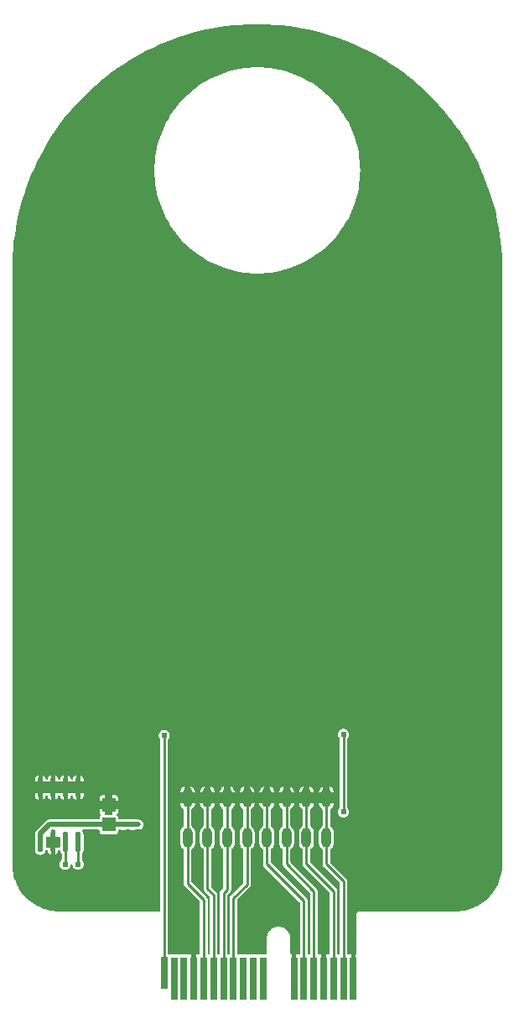
<source format=gbl>
G04 Layer: BottomLayer*
G04 EasyEDA v6.5.20, 2023-01-09 08:49:07*
G04 a67cddfb3fce44daa9051d46cbbcc19f,10*
G04 Gerber Generator version 0.2*
G04 Scale: 100 percent, Rotated: No, Reflected: No *
G04 Dimensions in millimeters *
G04 leading zeros omitted , absolute positions ,4 integer and 5 decimal *
%FSLAX45Y45*%
%MOMM*%

%AMMACRO1*21,1,$1,$2,0,0,$3*%
%ADD10C,0.2540*%
%ADD11C,0.5000*%
%ADD12O,0.58801X2.0450048*%
%ADD13R,0.7000X4.3000*%
%ADD14R,0.7000X3.2000*%
%ADD15R,1.3500X1.4100*%
%ADD16MACRO1,1.35X1.41X0.0000*%
%ADD17O,0.9999979999999999X1.9999959999999999*%
%ADD18C,0.6096*%
%ADD19C,0.6100*%
%ADD20C,0.0134*%

%LPD*%
G36*
X1846173Y499973D02*
G01*
X1842312Y500786D01*
X1839010Y502970D01*
X1836826Y506272D01*
X1836013Y510133D01*
X1836013Y590956D01*
X1825447Y590956D01*
X1819148Y590245D01*
X1813255Y588213D01*
X1809902Y587603D01*
X1806549Y588213D01*
X1800656Y590245D01*
X1794306Y590956D01*
X1725472Y590956D01*
X1719122Y590245D01*
X1713230Y588213D01*
X1709877Y587603D01*
X1706524Y588213D01*
X1700631Y590245D01*
X1694332Y590956D01*
X1625447Y590956D01*
X1619148Y590245D01*
X1613255Y588213D01*
X1609902Y587603D01*
X1605280Y588619D01*
X1601724Y590753D01*
X1599336Y594156D01*
X1598523Y598220D01*
X1598523Y2754985D01*
X1599285Y2758897D01*
X1601470Y2762199D01*
X1603044Y2763774D01*
X1608683Y2771800D01*
X1612849Y2780741D01*
X1615389Y2790190D01*
X1616252Y2799994D01*
X1615389Y2809798D01*
X1612849Y2819247D01*
X1608683Y2828188D01*
X1603044Y2836214D01*
X1596136Y2843174D01*
X1588058Y2848813D01*
X1579168Y2852928D01*
X1569669Y2855468D01*
X1559915Y2856331D01*
X1550111Y2855468D01*
X1540611Y2852928D01*
X1531721Y2848813D01*
X1523644Y2843174D01*
X1516735Y2836214D01*
X1511096Y2828188D01*
X1506931Y2819247D01*
X1504391Y2809798D01*
X1503527Y2799994D01*
X1504391Y2790190D01*
X1506931Y2780741D01*
X1511096Y2771800D01*
X1516735Y2763774D01*
X1518310Y2762199D01*
X1520494Y2758897D01*
X1521307Y2754985D01*
X1521307Y1033983D01*
X1520545Y1030173D01*
X1518412Y1026921D01*
X1515160Y1024686D01*
X1511350Y1023823D01*
X1507540Y1024483D01*
X1505864Y1025093D01*
X1499362Y1025906D01*
X500532Y1025906D01*
X469900Y1026871D01*
X440283Y1029716D01*
X410870Y1034389D01*
X381812Y1040892D01*
X353212Y1049223D01*
X325170Y1059332D01*
X297840Y1071168D01*
X271322Y1084732D01*
X245719Y1099921D01*
X221081Y1116634D01*
X197561Y1134922D01*
X175260Y1154633D01*
X154178Y1175715D01*
X134518Y1198067D01*
X116281Y1221587D01*
X99568Y1246225D01*
X84429Y1271879D01*
X70916Y1298448D01*
X59080Y1325778D01*
X49022Y1353820D01*
X40741Y1382420D01*
X34290Y1411478D01*
X29616Y1440891D01*
X26822Y1470558D01*
X25908Y1500530D01*
X25908Y7499603D01*
X26924Y7570165D01*
X29870Y7640116D01*
X34848Y7709966D01*
X41757Y7779613D01*
X50647Y7849057D01*
X61518Y7918246D01*
X74320Y7987080D01*
X89103Y8055559D01*
X105765Y8123529D01*
X124409Y8191042D01*
X144881Y8257997D01*
X167284Y8324342D01*
X191566Y8390026D01*
X217678Y8454999D01*
X245617Y8519210D01*
X275336Y8582558D01*
X306882Y8645093D01*
X340156Y8706713D01*
X375158Y8767368D01*
X411886Y8826957D01*
X450291Y8885529D01*
X490321Y8942984D01*
X531926Y8999270D01*
X575157Y9054388D01*
X619912Y9108236D01*
X666191Y9160764D01*
X713892Y9212021D01*
X763066Y9261856D01*
X813612Y9310319D01*
X865530Y9357309D01*
X918768Y9402826D01*
X973226Y9446818D01*
X1028953Y9489236D01*
X1085799Y9530080D01*
X1143812Y9569246D01*
X1202944Y9606838D01*
X1263091Y9642652D01*
X1324203Y9676841D01*
X1386281Y9709200D01*
X1449222Y9739833D01*
X1513078Y9768687D01*
X1577644Y9795713D01*
X1642973Y9820910D01*
X1709013Y9844227D01*
X1775663Y9865664D01*
X1842922Y9885222D01*
X1910638Y9902850D01*
X1978914Y9918547D01*
X2047544Y9932365D01*
X2116582Y9944150D01*
X2185873Y9954056D01*
X2255469Y9961930D01*
X2325217Y9967874D01*
X2395118Y9971836D01*
X2465120Y9973818D01*
X2535174Y9973818D01*
X2605125Y9971836D01*
X2675026Y9967874D01*
X2744825Y9961930D01*
X2814370Y9954006D01*
X2883712Y9944150D01*
X2952699Y9932314D01*
X3021380Y9918496D01*
X3089605Y9902799D01*
X3157372Y9885121D01*
X3224580Y9865563D01*
X3291230Y9844125D01*
X3357270Y9820808D01*
X3422599Y9795611D01*
X3487216Y9768586D01*
X3551021Y9739731D01*
X3613962Y9709099D01*
X3676040Y9676688D01*
X3737152Y9642551D01*
X3797300Y9606686D01*
X3856380Y9569094D01*
X3914394Y9529876D01*
X3971290Y9489033D01*
X4026966Y9446615D01*
X4081475Y9402622D01*
X4134662Y9357106D01*
X4186580Y9310116D01*
X4237126Y9261652D01*
X4286250Y9211818D01*
X4334002Y9160560D01*
X4380280Y9107982D01*
X4424984Y9054134D01*
X4468215Y8999067D01*
X4509871Y8942730D01*
X4549902Y8885275D01*
X4588256Y8826703D01*
X4624984Y8767114D01*
X4659985Y8706459D01*
X4693259Y8644839D01*
X4724755Y8582304D01*
X4754524Y8518956D01*
X4782464Y8454745D01*
X4808524Y8389772D01*
X4832807Y8324088D01*
X4855210Y8257743D01*
X4875682Y8190788D01*
X4894275Y8123275D01*
X4910937Y8055254D01*
X4925720Y7986826D01*
X4938522Y7917942D01*
X4949342Y7848803D01*
X4958232Y7779359D01*
X4965192Y7709662D01*
X4970119Y7639812D01*
X4973066Y7569860D01*
X4974082Y7499756D01*
X4974082Y1500530D01*
X4973116Y1469898D01*
X4970272Y1440281D01*
X4965598Y1410868D01*
X4959096Y1381810D01*
X4950764Y1353210D01*
X4940655Y1325168D01*
X4928819Y1297838D01*
X4915255Y1271320D01*
X4900066Y1245717D01*
X4883353Y1221079D01*
X4865065Y1197559D01*
X4845354Y1175258D01*
X4824272Y1154176D01*
X4801920Y1134516D01*
X4778400Y1116279D01*
X4753762Y1099566D01*
X4728108Y1084427D01*
X4701540Y1070914D01*
X4674209Y1059078D01*
X4646168Y1049020D01*
X4617567Y1040739D01*
X4588510Y1034287D01*
X4559096Y1029614D01*
X4529429Y1026820D01*
X4499457Y1025906D01*
X3530600Y1025906D01*
X3524097Y1025093D01*
X3518560Y1023010D01*
X3513582Y1019606D01*
X3510076Y1016253D01*
X3506774Y1011428D01*
X3504692Y1005890D01*
X3503929Y999693D01*
X3503929Y601116D01*
X3503168Y597255D01*
X3500983Y593953D01*
X3497681Y591769D01*
X3493719Y590956D01*
X3493719Y510133D01*
X3492957Y506272D01*
X3490772Y502970D01*
X3487470Y500786D01*
X3483559Y499973D01*
X3456178Y499973D01*
X3452317Y500786D01*
X3449015Y502970D01*
X3446830Y506272D01*
X3446018Y510133D01*
X3446018Y590956D01*
X3435451Y590956D01*
X3429152Y590245D01*
X3423259Y588213D01*
X3419906Y587603D01*
X3415284Y588619D01*
X3411728Y590753D01*
X3409340Y594156D01*
X3408476Y598220D01*
X3408476Y1329588D01*
X3407714Y1337614D01*
X3405530Y1344879D01*
X3401974Y1351534D01*
X3396843Y1357731D01*
X3238093Y1516481D01*
X3235909Y1519783D01*
X3235147Y1523695D01*
X3235147Y1650238D01*
X3235655Y1653489D01*
X3237179Y1656384D01*
X3239566Y1658620D01*
X3243834Y1661515D01*
X3252114Y1669237D01*
X3259175Y1678127D01*
X3264865Y1687931D01*
X3269030Y1698498D01*
X3271520Y1709521D01*
X3272434Y1721256D01*
X3272434Y1820468D01*
X3271520Y1832152D01*
X3269030Y1843227D01*
X3264865Y1853793D01*
X3259175Y1863598D01*
X3252114Y1872488D01*
X3243834Y1880158D01*
X3239566Y1883105D01*
X3237179Y1885340D01*
X3235655Y1888236D01*
X3235096Y1891487D01*
X3235096Y2050237D01*
X3235655Y2053437D01*
X3237179Y2056384D01*
X3239566Y2058619D01*
X3243834Y2061514D01*
X3252114Y2069236D01*
X3259175Y2078126D01*
X3264865Y2087930D01*
X3269030Y2098497D01*
X3271520Y2109520D01*
X3271926Y2114499D01*
X3245256Y2114499D01*
X3241395Y2115261D01*
X3238093Y2117496D01*
X3235909Y2120798D01*
X3235096Y2124659D01*
X3235096Y2170328D01*
X3234334Y2178354D01*
X3232150Y2185619D01*
X3228594Y2192274D01*
X3223768Y2198116D01*
X3217926Y2202891D01*
X3211271Y2206498D01*
X3204006Y2208682D01*
X3196488Y2209393D01*
X3188970Y2208682D01*
X3181756Y2206498D01*
X3175101Y2202891D01*
X3169259Y2198116D01*
X3164433Y2192274D01*
X3160877Y2185619D01*
X3158693Y2178354D01*
X3157880Y2170328D01*
X3157880Y2124659D01*
X3157118Y2120798D01*
X3154934Y2117496D01*
X3151632Y2115261D01*
X3147720Y2114499D01*
X3121101Y2114499D01*
X3121456Y2109520D01*
X3123996Y2098497D01*
X3128162Y2087930D01*
X3133801Y2078126D01*
X3140862Y2069236D01*
X3149193Y2061514D01*
X3153460Y2058619D01*
X3155848Y2056333D01*
X3157372Y2053437D01*
X3157880Y2050237D01*
X3157880Y1891487D01*
X3157372Y1888236D01*
X3155848Y1885340D01*
X3153460Y1883105D01*
X3149193Y1880158D01*
X3140862Y1872488D01*
X3133801Y1863598D01*
X3128162Y1853793D01*
X3123996Y1843227D01*
X3121456Y1832152D01*
X3120593Y1820468D01*
X3120593Y1721256D01*
X3121456Y1709521D01*
X3123996Y1698498D01*
X3128162Y1687931D01*
X3133801Y1678127D01*
X3140862Y1669237D01*
X3149193Y1661515D01*
X3153460Y1658620D01*
X3155848Y1656334D01*
X3157372Y1653438D01*
X3157931Y1650238D01*
X3157931Y1503984D01*
X3158693Y1495958D01*
X3160877Y1488744D01*
X3164433Y1482039D01*
X3169564Y1475841D01*
X3328314Y1317091D01*
X3330498Y1313789D01*
X3331260Y1309878D01*
X3331260Y598220D01*
X3330498Y594360D01*
X3328314Y591058D01*
X3325012Y588822D01*
X3321151Y588060D01*
X3318662Y588060D01*
X3314801Y588822D01*
X3311499Y591007D01*
X3309264Y594309D01*
X3308502Y598220D01*
X3308502Y1229614D01*
X3307689Y1237640D01*
X3305505Y1244854D01*
X3301949Y1251508D01*
X3296818Y1257757D01*
X3038094Y1516481D01*
X3035909Y1519783D01*
X3035147Y1523695D01*
X3035147Y1650238D01*
X3035655Y1653489D01*
X3037179Y1656384D01*
X3039567Y1658620D01*
X3043834Y1661515D01*
X3052114Y1669237D01*
X3059176Y1678127D01*
X3064865Y1687931D01*
X3069031Y1698498D01*
X3071520Y1709521D01*
X3072434Y1721256D01*
X3072434Y1820468D01*
X3071520Y1832152D01*
X3069031Y1843227D01*
X3064865Y1853793D01*
X3059176Y1863598D01*
X3052114Y1872488D01*
X3043834Y1880158D01*
X3039567Y1883105D01*
X3037179Y1885340D01*
X3035655Y1888236D01*
X3035096Y1891487D01*
X3035096Y2050237D01*
X3035655Y2053437D01*
X3037179Y2056384D01*
X3039567Y2058619D01*
X3043834Y2061514D01*
X3052114Y2069236D01*
X3059176Y2078126D01*
X3064865Y2087930D01*
X3069031Y2098497D01*
X3071520Y2109520D01*
X3071926Y2114499D01*
X3045256Y2114499D01*
X3041396Y2115261D01*
X3038094Y2117496D01*
X3035909Y2120798D01*
X3035096Y2124659D01*
X3035096Y2170328D01*
X3034334Y2178354D01*
X3032150Y2185619D01*
X3028594Y2192274D01*
X3023768Y2198116D01*
X3017926Y2202891D01*
X3011271Y2206498D01*
X3004007Y2208682D01*
X2996488Y2209393D01*
X2988970Y2208682D01*
X2981756Y2206498D01*
X2975102Y2202891D01*
X2969260Y2198116D01*
X2964434Y2192274D01*
X2960878Y2185619D01*
X2958693Y2178354D01*
X2957880Y2170328D01*
X2957880Y2124659D01*
X2957118Y2120798D01*
X2954934Y2117496D01*
X2951632Y2115261D01*
X2947720Y2114499D01*
X2921101Y2114499D01*
X2921457Y2109520D01*
X2923997Y2098497D01*
X2928162Y2087930D01*
X2933801Y2078126D01*
X2940862Y2069236D01*
X2949194Y2061514D01*
X2953461Y2058619D01*
X2955848Y2056333D01*
X2957372Y2053437D01*
X2957880Y2050237D01*
X2957880Y1891487D01*
X2957372Y1888236D01*
X2955848Y1885340D01*
X2953461Y1883105D01*
X2949194Y1880158D01*
X2940862Y1872488D01*
X2933801Y1863598D01*
X2928162Y1853793D01*
X2923997Y1843227D01*
X2921457Y1832152D01*
X2920593Y1820468D01*
X2920593Y1721256D01*
X2921457Y1709521D01*
X2923997Y1698498D01*
X2928162Y1687931D01*
X2933801Y1678127D01*
X2940862Y1669237D01*
X2949194Y1661515D01*
X2953461Y1658620D01*
X2955848Y1656334D01*
X2957372Y1653438D01*
X2957931Y1650238D01*
X2957931Y1503984D01*
X2958693Y1495958D01*
X2960878Y1488694D01*
X2964434Y1482039D01*
X2969564Y1475841D01*
X3228289Y1217066D01*
X3230524Y1213764D01*
X3231286Y1209903D01*
X3231286Y598220D01*
X3230422Y594156D01*
X3228035Y590753D01*
X3223260Y588213D01*
X3219907Y587603D01*
X3216554Y588213D01*
X3210661Y590245D01*
X3204311Y590956D01*
X3193745Y590956D01*
X3193745Y510133D01*
X3192983Y506272D01*
X3190748Y502970D01*
X3187446Y500786D01*
X3183585Y499973D01*
X3156204Y499973D01*
X3152292Y500786D01*
X3148990Y502970D01*
X3146806Y506272D01*
X3146044Y510133D01*
X3146044Y590956D01*
X3135477Y590956D01*
X3129127Y590245D01*
X3123234Y588213D01*
X3119882Y587603D01*
X3115310Y588619D01*
X3111754Y590753D01*
X3109366Y594156D01*
X3108502Y598220D01*
X3108502Y1229614D01*
X3107690Y1237640D01*
X3105505Y1244854D01*
X3101949Y1251508D01*
X3096818Y1257757D01*
X2838094Y1516481D01*
X2835910Y1519783D01*
X2835097Y1523695D01*
X2835097Y1650238D01*
X2835656Y1653489D01*
X2837180Y1656384D01*
X2839567Y1658620D01*
X2843834Y1661515D01*
X2852115Y1669237D01*
X2859176Y1678127D01*
X2864866Y1687931D01*
X2869031Y1698498D01*
X2871520Y1709521D01*
X2872435Y1721256D01*
X2872435Y1820468D01*
X2871520Y1832152D01*
X2869031Y1843227D01*
X2864866Y1853793D01*
X2859176Y1863598D01*
X2852115Y1872488D01*
X2843834Y1880158D01*
X2839567Y1883105D01*
X2837180Y1885340D01*
X2835656Y1888236D01*
X2835097Y1891487D01*
X2835097Y2050237D01*
X2835656Y2053437D01*
X2837180Y2056384D01*
X2839567Y2058619D01*
X2843834Y2061514D01*
X2852115Y2069236D01*
X2859176Y2078126D01*
X2864866Y2087930D01*
X2869031Y2098497D01*
X2871520Y2109520D01*
X2871927Y2114499D01*
X2845257Y2114499D01*
X2841396Y2115261D01*
X2838094Y2117496D01*
X2835910Y2120798D01*
X2835097Y2124659D01*
X2835097Y2170328D01*
X2834335Y2178354D01*
X2832150Y2185619D01*
X2828544Y2192274D01*
X2823768Y2198116D01*
X2817926Y2202891D01*
X2811272Y2206498D01*
X2804007Y2208682D01*
X2796489Y2209393D01*
X2788970Y2208682D01*
X2781757Y2206498D01*
X2775102Y2202891D01*
X2769260Y2198116D01*
X2764434Y2192274D01*
X2760878Y2185619D01*
X2758694Y2178354D01*
X2757881Y2170328D01*
X2757881Y2124659D01*
X2757119Y2120798D01*
X2754934Y2117496D01*
X2751632Y2115261D01*
X2747721Y2114499D01*
X2721102Y2114499D01*
X2721457Y2109520D01*
X2723997Y2098497D01*
X2728163Y2087930D01*
X2733802Y2078126D01*
X2740863Y2069236D01*
X2749194Y2061514D01*
X2753461Y2058619D01*
X2755849Y2056384D01*
X2757373Y2053437D01*
X2757881Y2050237D01*
X2757881Y1891487D01*
X2757373Y1888236D01*
X2755849Y1885340D01*
X2753461Y1883105D01*
X2749194Y1880158D01*
X2740863Y1872488D01*
X2733802Y1863598D01*
X2728163Y1853793D01*
X2723997Y1843227D01*
X2721457Y1832152D01*
X2720594Y1820468D01*
X2720594Y1721256D01*
X2721457Y1709521D01*
X2723997Y1698498D01*
X2728163Y1687931D01*
X2733802Y1678127D01*
X2740863Y1669237D01*
X2749194Y1661515D01*
X2753461Y1658620D01*
X2755849Y1656334D01*
X2757373Y1653438D01*
X2757881Y1650238D01*
X2757881Y1503984D01*
X2758694Y1495958D01*
X2760878Y1488694D01*
X2764434Y1482039D01*
X2769565Y1475841D01*
X3028289Y1217066D01*
X3030524Y1213764D01*
X3031286Y1209903D01*
X3031286Y598220D01*
X3030524Y594309D01*
X3028289Y591058D01*
X3025038Y588822D01*
X3021126Y588060D01*
X3018688Y588060D01*
X3014776Y588822D01*
X3011474Y591007D01*
X3009290Y594309D01*
X3008477Y598220D01*
X3008477Y1129588D01*
X3007715Y1137615D01*
X3005531Y1144879D01*
X3001975Y1151534D01*
X2996844Y1157732D01*
X2638094Y1516481D01*
X2635910Y1519783D01*
X2635148Y1523695D01*
X2635148Y1650238D01*
X2635656Y1653489D01*
X2637180Y1656384D01*
X2639568Y1658620D01*
X2643835Y1661515D01*
X2652115Y1669237D01*
X2659176Y1678127D01*
X2664866Y1687931D01*
X2669032Y1698498D01*
X2671521Y1709521D01*
X2672435Y1721256D01*
X2672435Y1820468D01*
X2671521Y1832152D01*
X2669032Y1843227D01*
X2664866Y1853793D01*
X2659176Y1863598D01*
X2652115Y1872488D01*
X2643835Y1880158D01*
X2639568Y1883105D01*
X2637180Y1885340D01*
X2635656Y1888236D01*
X2635097Y1891487D01*
X2635097Y2050237D01*
X2635656Y2053437D01*
X2637180Y2056384D01*
X2639568Y2058619D01*
X2643835Y2061514D01*
X2652115Y2069236D01*
X2659176Y2078126D01*
X2664866Y2087930D01*
X2669032Y2098497D01*
X2671521Y2109520D01*
X2671927Y2114499D01*
X2645257Y2114499D01*
X2641396Y2115261D01*
X2638094Y2117496D01*
X2635910Y2120798D01*
X2635097Y2124659D01*
X2635097Y2170328D01*
X2634335Y2178354D01*
X2632151Y2185619D01*
X2628544Y2192274D01*
X2623769Y2198116D01*
X2617927Y2202891D01*
X2611272Y2206498D01*
X2604008Y2208682D01*
X2596489Y2209393D01*
X2588971Y2208682D01*
X2581757Y2206498D01*
X2575102Y2202891D01*
X2569260Y2198116D01*
X2564434Y2192274D01*
X2560878Y2185619D01*
X2558694Y2178354D01*
X2557881Y2170328D01*
X2557881Y2124659D01*
X2557119Y2120798D01*
X2554935Y2117496D01*
X2551633Y2115261D01*
X2547721Y2114499D01*
X2521102Y2114499D01*
X2521458Y2109520D01*
X2523998Y2098497D01*
X2528163Y2087930D01*
X2533802Y2078126D01*
X2540863Y2069236D01*
X2549194Y2061514D01*
X2553462Y2058619D01*
X2555849Y2056384D01*
X2557373Y2053437D01*
X2557881Y2050237D01*
X2557881Y1891487D01*
X2557373Y1888236D01*
X2555849Y1885340D01*
X2553462Y1883105D01*
X2549194Y1880158D01*
X2540863Y1872488D01*
X2533802Y1863598D01*
X2528163Y1853793D01*
X2523998Y1843227D01*
X2521458Y1832152D01*
X2520594Y1820468D01*
X2520594Y1721256D01*
X2521458Y1709521D01*
X2523998Y1698498D01*
X2528163Y1687931D01*
X2533802Y1678127D01*
X2540863Y1669237D01*
X2549194Y1661515D01*
X2553462Y1658620D01*
X2555849Y1656334D01*
X2557373Y1653438D01*
X2557932Y1650238D01*
X2557932Y1503984D01*
X2558694Y1495958D01*
X2560878Y1488744D01*
X2564434Y1482039D01*
X2569565Y1475841D01*
X2928315Y1117092D01*
X2930499Y1113790D01*
X2931261Y1109878D01*
X2931261Y598220D01*
X2930448Y594156D01*
X2928010Y590753D01*
X2923235Y588213D01*
X2919882Y587603D01*
X2916529Y588213D01*
X2910636Y590245D01*
X2904337Y590956D01*
X2893720Y590956D01*
X2893720Y510133D01*
X2892958Y506272D01*
X2890774Y502970D01*
X2887472Y500786D01*
X2883560Y499973D01*
X2856179Y499973D01*
X2852318Y500786D01*
X2849016Y502970D01*
X2846832Y506272D01*
X2846019Y510133D01*
X2846019Y590956D01*
X2841955Y591769D01*
X2838653Y593953D01*
X2836468Y597255D01*
X2835656Y601116D01*
X2835757Y753770D01*
X2834640Y766572D01*
X2834030Y770737D01*
X2831084Y783386D01*
X2829864Y787400D01*
X2825191Y799490D01*
X2823413Y803300D01*
X2817063Y814628D01*
X2814777Y818134D01*
X2806903Y828446D01*
X2804109Y831596D01*
X2794863Y840689D01*
X2791612Y843432D01*
X2781198Y851103D01*
X2777591Y853338D01*
X2766212Y859485D01*
X2762351Y861212D01*
X2750159Y865632D01*
X2746095Y866800D01*
X2733395Y869442D01*
X2729230Y870051D01*
X2716276Y870864D01*
X2712059Y870864D01*
X2699156Y869848D01*
X2694990Y869238D01*
X2682341Y866394D01*
X2678277Y865225D01*
X2666187Y860602D01*
X2662326Y858824D01*
X2650998Y852576D01*
X2647442Y850290D01*
X2637078Y842518D01*
X2633929Y839724D01*
X2624785Y830529D01*
X2621991Y827328D01*
X2614269Y816914D01*
X2611983Y813409D01*
X2605786Y801979D01*
X2604058Y798169D01*
X2599537Y786028D01*
X2598369Y781964D01*
X2595575Y769315D01*
X2595016Y765098D01*
X2593848Y749757D01*
X2593848Y601116D01*
X2593086Y597255D01*
X2590901Y593953D01*
X2587599Y591718D01*
X2583688Y590956D01*
X2525471Y590956D01*
X2519121Y590245D01*
X2513228Y588213D01*
X2509875Y587603D01*
X2506522Y588213D01*
X2500630Y590245D01*
X2494330Y590956D01*
X2425446Y590956D01*
X2419146Y590245D01*
X2413254Y588213D01*
X2409901Y587603D01*
X2406548Y588213D01*
X2400655Y590245D01*
X2394305Y590956D01*
X2325471Y590956D01*
X2319121Y590245D01*
X2313228Y588213D01*
X2309876Y587603D01*
X2305304Y588619D01*
X2301748Y590753D01*
X2299360Y594156D01*
X2298496Y598220D01*
X2298496Y1139698D01*
X2299258Y1143609D01*
X2301494Y1146860D01*
X2423464Y1268882D01*
X2428595Y1275080D01*
X2432151Y1281785D01*
X2434336Y1288999D01*
X2435148Y1297025D01*
X2435148Y1650238D01*
X2435656Y1653489D01*
X2437180Y1656384D01*
X2439568Y1658620D01*
X2443835Y1661515D01*
X2452116Y1669237D01*
X2459177Y1678127D01*
X2464866Y1687931D01*
X2469032Y1698498D01*
X2471521Y1709521D01*
X2472436Y1721256D01*
X2472436Y1820468D01*
X2471521Y1832152D01*
X2469032Y1843227D01*
X2464866Y1853793D01*
X2459177Y1863598D01*
X2452116Y1872488D01*
X2443835Y1880158D01*
X2439568Y1883105D01*
X2437180Y1885340D01*
X2435656Y1888236D01*
X2435098Y1891487D01*
X2435098Y2050237D01*
X2435656Y2053437D01*
X2437180Y2056384D01*
X2439568Y2058619D01*
X2443835Y2061514D01*
X2452116Y2069236D01*
X2459177Y2078126D01*
X2464866Y2087930D01*
X2469032Y2098497D01*
X2471521Y2109520D01*
X2471928Y2114499D01*
X2445258Y2114499D01*
X2441397Y2115261D01*
X2438095Y2117496D01*
X2435910Y2120798D01*
X2435098Y2124659D01*
X2435098Y2170328D01*
X2434336Y2178354D01*
X2432151Y2185619D01*
X2428544Y2192274D01*
X2423769Y2198116D01*
X2417927Y2202891D01*
X2411272Y2206498D01*
X2404008Y2208682D01*
X2396490Y2209393D01*
X2388971Y2208682D01*
X2381758Y2206498D01*
X2375103Y2202891D01*
X2369261Y2198116D01*
X2364435Y2192274D01*
X2360879Y2185619D01*
X2358694Y2178354D01*
X2357882Y2170328D01*
X2357882Y2124659D01*
X2357120Y2120798D01*
X2354935Y2117496D01*
X2351633Y2115261D01*
X2347722Y2114499D01*
X2321102Y2114499D01*
X2321458Y2109520D01*
X2323998Y2098497D01*
X2328164Y2087930D01*
X2333802Y2078126D01*
X2340864Y2069236D01*
X2349195Y2061514D01*
X2353462Y2058619D01*
X2355850Y2056384D01*
X2357374Y2053437D01*
X2357882Y2050237D01*
X2357882Y1891487D01*
X2357374Y1888236D01*
X2355850Y1885340D01*
X2353462Y1883105D01*
X2349195Y1880158D01*
X2340864Y1872488D01*
X2333802Y1863598D01*
X2328164Y1853793D01*
X2323998Y1843227D01*
X2321458Y1832152D01*
X2320594Y1820468D01*
X2320594Y1721256D01*
X2321458Y1709521D01*
X2323998Y1698498D01*
X2328164Y1687931D01*
X2333802Y1678127D01*
X2340864Y1669237D01*
X2349195Y1661515D01*
X2353462Y1658620D01*
X2355850Y1656334D01*
X2357374Y1653438D01*
X2357932Y1650238D01*
X2357932Y1316736D01*
X2357120Y1312824D01*
X2354935Y1309522D01*
X2232964Y1187551D01*
X2227834Y1181303D01*
X2224278Y1174648D01*
X2222093Y1167434D01*
X2221280Y1159408D01*
X2221280Y598220D01*
X2220518Y594309D01*
X2218334Y591058D01*
X2215032Y588822D01*
X2211171Y588060D01*
X2208682Y588060D01*
X2204770Y588822D01*
X2201468Y591007D01*
X2199284Y594309D01*
X2198522Y598220D01*
X2198522Y1189685D01*
X2199284Y1193596D01*
X2201468Y1196898D01*
X2223465Y1218844D01*
X2228596Y1225092D01*
X2232152Y1231747D01*
X2234336Y1239012D01*
X2235149Y1247038D01*
X2235149Y1650238D01*
X2235657Y1653489D01*
X2237181Y1656384D01*
X2239568Y1658620D01*
X2243836Y1661515D01*
X2252116Y1669237D01*
X2259177Y1678127D01*
X2264867Y1687931D01*
X2269032Y1698498D01*
X2271522Y1709521D01*
X2272436Y1721256D01*
X2272436Y1820468D01*
X2271522Y1832152D01*
X2269032Y1843227D01*
X2264867Y1853793D01*
X2259177Y1863598D01*
X2252116Y1872488D01*
X2243836Y1880158D01*
X2239568Y1883105D01*
X2237181Y1885340D01*
X2235657Y1888236D01*
X2235098Y1891487D01*
X2235098Y2050237D01*
X2235657Y2053437D01*
X2237181Y2056384D01*
X2239568Y2058619D01*
X2243836Y2061514D01*
X2252116Y2069236D01*
X2259177Y2078126D01*
X2264867Y2087930D01*
X2269032Y2098497D01*
X2271522Y2109520D01*
X2271928Y2114499D01*
X2245258Y2114499D01*
X2241397Y2115261D01*
X2238095Y2117496D01*
X2235911Y2120798D01*
X2235098Y2124659D01*
X2235098Y2170328D01*
X2234336Y2178354D01*
X2232152Y2185619D01*
X2228545Y2192274D01*
X2223770Y2198116D01*
X2217928Y2202891D01*
X2211273Y2206498D01*
X2204008Y2208682D01*
X2196490Y2209393D01*
X2188972Y2208682D01*
X2181758Y2206498D01*
X2175103Y2202891D01*
X2169261Y2198116D01*
X2164435Y2192274D01*
X2160879Y2185619D01*
X2158695Y2178354D01*
X2157882Y2170328D01*
X2157882Y2124659D01*
X2157120Y2120798D01*
X2154936Y2117496D01*
X2151634Y2115261D01*
X2147722Y2114499D01*
X2121103Y2114499D01*
X2121458Y2109520D01*
X2123998Y2098497D01*
X2128164Y2087930D01*
X2133803Y2078126D01*
X2140864Y2069236D01*
X2149195Y2061514D01*
X2153462Y2058619D01*
X2155850Y2056384D01*
X2157374Y2053437D01*
X2157882Y2050237D01*
X2157882Y1891487D01*
X2157374Y1888236D01*
X2155850Y1885340D01*
X2153462Y1883105D01*
X2149195Y1880158D01*
X2140864Y1872488D01*
X2133803Y1863598D01*
X2128164Y1853793D01*
X2123998Y1843227D01*
X2121458Y1832152D01*
X2120595Y1820468D01*
X2120595Y1721256D01*
X2121458Y1709521D01*
X2123998Y1698498D01*
X2128164Y1687931D01*
X2133803Y1678127D01*
X2140864Y1669237D01*
X2149195Y1661515D01*
X2153462Y1658620D01*
X2155850Y1656334D01*
X2157374Y1653438D01*
X2157933Y1650238D01*
X2157933Y1266698D01*
X2157120Y1262837D01*
X2154936Y1259535D01*
X2132939Y1237538D01*
X2127808Y1231290D01*
X2124252Y1224635D01*
X2122068Y1217422D01*
X2121306Y1209395D01*
X2121306Y598220D01*
X2120493Y594309D01*
X2118309Y591058D01*
X2115007Y588822D01*
X2111146Y588060D01*
X2108657Y588060D01*
X2104796Y588822D01*
X2101494Y591007D01*
X2099259Y594309D01*
X2098497Y598220D01*
X2098497Y1189583D01*
X2097735Y1197610D01*
X2095500Y1204874D01*
X2091943Y1211529D01*
X2086864Y1217726D01*
X2038096Y1266494D01*
X2035911Y1269796D01*
X2035098Y1273657D01*
X2035098Y1650238D01*
X2035657Y1653489D01*
X2037181Y1656384D01*
X2039569Y1658620D01*
X2043836Y1661515D01*
X2052116Y1669237D01*
X2059178Y1678127D01*
X2064867Y1687931D01*
X2069033Y1698498D01*
X2071522Y1709521D01*
X2072436Y1721256D01*
X2072436Y1820468D01*
X2071522Y1832152D01*
X2069033Y1843227D01*
X2064867Y1853793D01*
X2059178Y1863598D01*
X2052116Y1872488D01*
X2043836Y1880158D01*
X2039569Y1883105D01*
X2037181Y1885340D01*
X2035657Y1888236D01*
X2035098Y1891487D01*
X2035098Y2050237D01*
X2035657Y2053437D01*
X2037181Y2056333D01*
X2039569Y2058619D01*
X2043836Y2061514D01*
X2052116Y2069236D01*
X2059178Y2078126D01*
X2064867Y2087930D01*
X2069033Y2098497D01*
X2071522Y2109520D01*
X2071928Y2114499D01*
X2045258Y2114499D01*
X2041398Y2115261D01*
X2038096Y2117496D01*
X2035911Y2120798D01*
X2035098Y2124659D01*
X2035098Y2170328D01*
X2034336Y2178354D01*
X2032152Y2185619D01*
X2028545Y2192274D01*
X2023770Y2198116D01*
X2017928Y2202891D01*
X2011273Y2206498D01*
X2004009Y2208682D01*
X1996490Y2209393D01*
X1988972Y2208682D01*
X1981758Y2206498D01*
X1975104Y2202891D01*
X1969262Y2198116D01*
X1964436Y2192274D01*
X1960880Y2185619D01*
X1958695Y2178354D01*
X1957882Y2170328D01*
X1957882Y2124659D01*
X1957120Y2120798D01*
X1954936Y2117496D01*
X1951634Y2115261D01*
X1947722Y2114499D01*
X1921103Y2114499D01*
X1921459Y2109520D01*
X1923999Y2098497D01*
X1928164Y2087930D01*
X1933803Y2078126D01*
X1940864Y2069236D01*
X1949196Y2061514D01*
X1953463Y2058619D01*
X1955850Y2056384D01*
X1957374Y2053437D01*
X1957882Y2050237D01*
X1957882Y1891487D01*
X1957374Y1888236D01*
X1955850Y1885340D01*
X1953463Y1883105D01*
X1949196Y1880158D01*
X1940864Y1872488D01*
X1933803Y1863598D01*
X1928164Y1853793D01*
X1923999Y1843227D01*
X1921459Y1832152D01*
X1920595Y1820468D01*
X1920595Y1721256D01*
X1921459Y1709521D01*
X1923999Y1698498D01*
X1928164Y1687931D01*
X1933803Y1678127D01*
X1940864Y1669237D01*
X1949196Y1661515D01*
X1953463Y1658620D01*
X1955850Y1656334D01*
X1957374Y1653438D01*
X1957882Y1650238D01*
X1957882Y1253998D01*
X1958695Y1245971D01*
X1960880Y1238707D01*
X1964436Y1232052D01*
X1969566Y1225804D01*
X2018284Y1177086D01*
X2020519Y1173784D01*
X2021281Y1169873D01*
X2021281Y598220D01*
X2020519Y594309D01*
X2018334Y591058D01*
X2015032Y588822D01*
X2011121Y588060D01*
X2008682Y588060D01*
X2004771Y588822D01*
X2001469Y591007D01*
X1999284Y594309D01*
X1998522Y598220D01*
X1998522Y1139596D01*
X1997710Y1147622D01*
X1995525Y1154836D01*
X1991969Y1161542D01*
X1986838Y1167739D01*
X1838096Y1316482D01*
X1835912Y1319784D01*
X1835150Y1323695D01*
X1835150Y1650238D01*
X1835657Y1653489D01*
X1837182Y1656384D01*
X1839569Y1658620D01*
X1843836Y1661515D01*
X1852117Y1669237D01*
X1859178Y1678127D01*
X1864868Y1687931D01*
X1869033Y1698498D01*
X1871522Y1709521D01*
X1872437Y1721256D01*
X1872437Y1820468D01*
X1871522Y1832152D01*
X1869033Y1843227D01*
X1864868Y1853793D01*
X1859178Y1863598D01*
X1852117Y1872488D01*
X1843836Y1880158D01*
X1839569Y1883105D01*
X1837182Y1885340D01*
X1835657Y1888236D01*
X1835099Y1891487D01*
X1835099Y2050237D01*
X1835657Y2053437D01*
X1837182Y2056333D01*
X1839569Y2058619D01*
X1843836Y2061514D01*
X1852117Y2069236D01*
X1859178Y2078126D01*
X1864868Y2087930D01*
X1869033Y2098497D01*
X1871522Y2109520D01*
X1871929Y2114499D01*
X1845259Y2114499D01*
X1841398Y2115261D01*
X1838096Y2117496D01*
X1835912Y2120798D01*
X1835099Y2124659D01*
X1835099Y2170328D01*
X1834337Y2178354D01*
X1832152Y2185619D01*
X1828546Y2192274D01*
X1823770Y2198116D01*
X1817928Y2202891D01*
X1811274Y2206498D01*
X1804009Y2208682D01*
X1796491Y2209393D01*
X1788972Y2208682D01*
X1781759Y2206498D01*
X1775104Y2202891D01*
X1769262Y2198116D01*
X1764436Y2192274D01*
X1760880Y2185619D01*
X1758696Y2178354D01*
X1757883Y2170328D01*
X1757883Y2124659D01*
X1757121Y2120798D01*
X1754936Y2117496D01*
X1751634Y2115261D01*
X1747723Y2114499D01*
X1721104Y2114499D01*
X1721459Y2109520D01*
X1723999Y2098497D01*
X1728165Y2087930D01*
X1733804Y2078126D01*
X1740865Y2069236D01*
X1749196Y2061514D01*
X1753463Y2058619D01*
X1755851Y2056384D01*
X1757375Y2053437D01*
X1757883Y2050237D01*
X1757883Y1891487D01*
X1757375Y1888236D01*
X1755851Y1885340D01*
X1753463Y1883105D01*
X1749196Y1880158D01*
X1740865Y1872488D01*
X1733804Y1863598D01*
X1728165Y1853793D01*
X1723999Y1843227D01*
X1721459Y1832152D01*
X1720596Y1820468D01*
X1720596Y1721256D01*
X1721459Y1709521D01*
X1723999Y1698498D01*
X1728165Y1687931D01*
X1733804Y1678127D01*
X1740865Y1669237D01*
X1749196Y1661515D01*
X1753463Y1658620D01*
X1755851Y1656334D01*
X1757375Y1653438D01*
X1757934Y1650238D01*
X1757934Y1303985D01*
X1758696Y1295958D01*
X1760880Y1288745D01*
X1764436Y1282039D01*
X1769567Y1275842D01*
X1918309Y1127099D01*
X1920493Y1123797D01*
X1921306Y1119886D01*
X1921306Y598220D01*
X1920443Y594156D01*
X1918055Y590753D01*
X1913229Y588213D01*
X1909876Y587603D01*
X1906524Y588213D01*
X1900631Y590245D01*
X1894332Y590956D01*
X1883714Y590956D01*
X1883714Y510133D01*
X1882952Y506272D01*
X1880768Y502970D01*
X1877466Y500786D01*
X1873554Y499973D01*
G37*

%LPC*%
G36*
X2500020Y7461402D02*
G01*
X2545283Y7462367D01*
X2590495Y7465314D01*
X2635554Y7470241D01*
X2680360Y7477150D01*
X2724810Y7485989D01*
X2768803Y7496759D01*
X2812288Y7509459D01*
X2855214Y7524038D01*
X2897428Y7540447D01*
X2938932Y7558684D01*
X2979572Y7578750D01*
X3019298Y7600543D01*
X3058058Y7624013D01*
X3095701Y7649209D01*
X3132277Y7675981D01*
X3167583Y7704378D01*
X3201670Y7734249D01*
X3234385Y7765592D01*
X3265728Y7798308D01*
X3295599Y7832394D01*
X3323996Y7867700D01*
X3350768Y7904276D01*
X3375964Y7941919D01*
X3399434Y7980680D01*
X3421227Y8020405D01*
X3441293Y8061045D01*
X3459530Y8102549D01*
X3475939Y8144764D01*
X3490518Y8187690D01*
X3503218Y8231174D01*
X3513988Y8275167D01*
X3522827Y8319617D01*
X3529736Y8364423D01*
X3534664Y8409482D01*
X3537610Y8454694D01*
X3538575Y8499957D01*
X3537610Y8545271D01*
X3534664Y8590483D01*
X3529736Y8635542D01*
X3522827Y8680348D01*
X3513988Y8724798D01*
X3503218Y8768791D01*
X3490518Y8812276D01*
X3475939Y8855202D01*
X3459530Y8897416D01*
X3441293Y8938920D01*
X3421227Y8979560D01*
X3399434Y9019286D01*
X3375964Y9058046D01*
X3350768Y9095689D01*
X3323996Y9132265D01*
X3295599Y9167571D01*
X3265728Y9201658D01*
X3234385Y9234373D01*
X3201670Y9265716D01*
X3167583Y9295587D01*
X3132277Y9323984D01*
X3095701Y9350756D01*
X3058058Y9375952D01*
X3019298Y9399422D01*
X2979572Y9421215D01*
X2938932Y9441281D01*
X2897428Y9459518D01*
X2855214Y9475927D01*
X2812288Y9490506D01*
X2768803Y9503206D01*
X2724810Y9513976D01*
X2680360Y9522815D01*
X2635554Y9529724D01*
X2590495Y9534652D01*
X2545283Y9537598D01*
X2500020Y9538563D01*
X2454706Y9537598D01*
X2409494Y9534652D01*
X2364435Y9529724D01*
X2319629Y9522815D01*
X2275179Y9513976D01*
X2231186Y9503206D01*
X2187702Y9490506D01*
X2144776Y9475927D01*
X2102561Y9459518D01*
X2061057Y9441281D01*
X2020417Y9421215D01*
X1980692Y9399422D01*
X1941931Y9375952D01*
X1904288Y9350756D01*
X1867712Y9323984D01*
X1832406Y9295587D01*
X1798320Y9265716D01*
X1765604Y9234373D01*
X1734261Y9201658D01*
X1704390Y9167571D01*
X1675993Y9132265D01*
X1649222Y9095689D01*
X1624025Y9058046D01*
X1600555Y9019286D01*
X1578762Y8979560D01*
X1558696Y8938920D01*
X1540459Y8897416D01*
X1524050Y8855202D01*
X1509471Y8812276D01*
X1496771Y8768791D01*
X1486001Y8724798D01*
X1477162Y8680348D01*
X1470253Y8635542D01*
X1465326Y8590483D01*
X1462379Y8545271D01*
X1461414Y8499957D01*
X1462379Y8454694D01*
X1465326Y8409482D01*
X1470253Y8364423D01*
X1477162Y8319617D01*
X1486001Y8275167D01*
X1496771Y8231174D01*
X1509471Y8187690D01*
X1524050Y8144764D01*
X1540459Y8102549D01*
X1558696Y8061045D01*
X1578762Y8020405D01*
X1600555Y7980680D01*
X1624025Y7941919D01*
X1649222Y7904276D01*
X1675993Y7867700D01*
X1704390Y7832394D01*
X1734261Y7798308D01*
X1765604Y7765592D01*
X1798320Y7734249D01*
X1832406Y7704378D01*
X1867712Y7675981D01*
X1904288Y7649209D01*
X1941931Y7624013D01*
X1980692Y7600543D01*
X2020417Y7578750D01*
X2061057Y7558684D01*
X2102561Y7540447D01*
X2144776Y7524038D01*
X2187702Y7509459D01*
X2231186Y7496759D01*
X2275179Y7485989D01*
X2319629Y7477150D01*
X2364435Y7470241D01*
X2409494Y7465314D01*
X2454706Y7462367D01*
G37*
G36*
X457555Y2334717D02*
G01*
X542442Y2334717D01*
X542442Y2401011D01*
X535889Y2397963D01*
X527964Y2392426D01*
X521157Y2385618D01*
X515620Y2377744D01*
X511556Y2369007D01*
X509828Y2362454D01*
X507796Y2358593D01*
X504291Y2355900D01*
X500024Y2354935D01*
X495706Y2355900D01*
X492201Y2358593D01*
X490169Y2362454D01*
X488442Y2369007D01*
X484378Y2377744D01*
X478840Y2385618D01*
X472033Y2392426D01*
X464108Y2397963D01*
X457555Y2401011D01*
G37*
G36*
X584555Y2334717D02*
G01*
X669442Y2334717D01*
X669442Y2401011D01*
X662889Y2397963D01*
X654964Y2392426D01*
X648157Y2385618D01*
X642620Y2377744D01*
X638556Y2369007D01*
X636828Y2362454D01*
X634796Y2358593D01*
X631291Y2355900D01*
X627024Y2354935D01*
X622706Y2355900D01*
X619201Y2358593D01*
X617169Y2362454D01*
X615442Y2369007D01*
X611378Y2377744D01*
X605840Y2385618D01*
X599033Y2392426D01*
X591108Y2397963D01*
X584555Y2401011D01*
G37*
G36*
X330555Y2334717D02*
G01*
X415442Y2334717D01*
X415442Y2401011D01*
X408889Y2397963D01*
X400964Y2392426D01*
X394157Y2385618D01*
X388620Y2377744D01*
X384556Y2369007D01*
X382828Y2362454D01*
X380796Y2358593D01*
X377291Y2355900D01*
X373024Y2354935D01*
X368706Y2355900D01*
X365201Y2358593D01*
X363169Y2362454D01*
X361442Y2369007D01*
X357378Y2377744D01*
X351840Y2385618D01*
X345033Y2392426D01*
X337108Y2397963D01*
X330555Y2401011D01*
G37*
G36*
X254203Y2334717D02*
G01*
X288442Y2334717D01*
X288442Y2401011D01*
X281889Y2397963D01*
X273964Y2392426D01*
X267157Y2385618D01*
X261620Y2377744D01*
X257556Y2369007D01*
X255066Y2359710D01*
X254203Y2349652D01*
G37*
G36*
X711555Y2334717D02*
G01*
X745794Y2334717D01*
X745794Y2349652D01*
X744931Y2359710D01*
X742442Y2369007D01*
X738378Y2377744D01*
X732840Y2385618D01*
X726033Y2392426D01*
X718108Y2397963D01*
X711555Y2401011D01*
G37*
G36*
X3227832Y2227224D02*
G01*
X3271926Y2227224D01*
X3271520Y2232152D01*
X3269030Y2243226D01*
X3264865Y2253792D01*
X3259175Y2263597D01*
X3252114Y2272487D01*
X3243834Y2280158D01*
X3234436Y2286558D01*
X3227832Y2289759D01*
G37*
G36*
X2521102Y2227224D02*
G01*
X2565146Y2227224D01*
X2565146Y2289759D01*
X2558592Y2286558D01*
X2549194Y2280158D01*
X2540863Y2272487D01*
X2533802Y2263597D01*
X2528163Y2253792D01*
X2523998Y2243226D01*
X2521458Y2232152D01*
G37*
G36*
X2427833Y2227224D02*
G01*
X2471928Y2227224D01*
X2471521Y2232152D01*
X2469032Y2243226D01*
X2464866Y2253792D01*
X2459177Y2263597D01*
X2452116Y2272487D01*
X2443835Y2280158D01*
X2434437Y2286558D01*
X2427833Y2289759D01*
G37*
G36*
X2627833Y2227224D02*
G01*
X2671927Y2227224D01*
X2671521Y2232152D01*
X2669032Y2243226D01*
X2664866Y2253792D01*
X2659176Y2263597D01*
X2652115Y2272487D01*
X2643835Y2280158D01*
X2634437Y2286558D01*
X2627833Y2289759D01*
G37*
G36*
X2227834Y2227224D02*
G01*
X2271928Y2227224D01*
X2271522Y2232152D01*
X2269032Y2243226D01*
X2264867Y2253792D01*
X2259177Y2263597D01*
X2252116Y2272487D01*
X2243836Y2280158D01*
X2234438Y2286558D01*
X2227834Y2289759D01*
G37*
G36*
X3121101Y2227224D02*
G01*
X3165144Y2227224D01*
X3165144Y2289759D01*
X3158591Y2286558D01*
X3149193Y2280158D01*
X3140862Y2272487D01*
X3133801Y2263597D01*
X3128162Y2253792D01*
X3123996Y2243226D01*
X3121456Y2232152D01*
G37*
G36*
X2321102Y2227224D02*
G01*
X2365146Y2227224D01*
X2365146Y2289759D01*
X2358593Y2286558D01*
X2349195Y2280158D01*
X2340864Y2272487D01*
X2333802Y2263597D01*
X2328164Y2253792D01*
X2323998Y2243226D01*
X2321458Y2232152D01*
G37*
G36*
X1921103Y2227224D02*
G01*
X1965147Y2227224D01*
X1965147Y2289759D01*
X1958593Y2286558D01*
X1949196Y2280158D01*
X1940864Y2272487D01*
X1933803Y2263597D01*
X1928164Y2253792D01*
X1923999Y2243226D01*
X1921459Y2232152D01*
G37*
G36*
X2721102Y2227224D02*
G01*
X2765145Y2227224D01*
X2765145Y2289759D01*
X2758592Y2286558D01*
X2749194Y2280158D01*
X2740863Y2272487D01*
X2733802Y2263597D01*
X2728163Y2253792D01*
X2723997Y2243226D01*
X2721457Y2232152D01*
G37*
G36*
X3027832Y2227224D02*
G01*
X3071926Y2227224D01*
X3071520Y2232152D01*
X3069031Y2243226D01*
X3064865Y2253792D01*
X3059176Y2263597D01*
X3052114Y2272487D01*
X3043834Y2280158D01*
X3034436Y2286558D01*
X3027832Y2289759D01*
G37*
G36*
X2027834Y2227224D02*
G01*
X2071928Y2227224D01*
X2071522Y2232152D01*
X2069033Y2243226D01*
X2064867Y2253792D01*
X2059178Y2263597D01*
X2052116Y2272487D01*
X2043836Y2280158D01*
X2034438Y2286558D01*
X2027834Y2289759D01*
G37*
G36*
X2921101Y2227224D02*
G01*
X2965145Y2227224D01*
X2965145Y2289759D01*
X2958592Y2286558D01*
X2949194Y2280158D01*
X2940862Y2272487D01*
X2933801Y2263597D01*
X2928162Y2253792D01*
X2923997Y2243226D01*
X2921457Y2232152D01*
G37*
G36*
X2121103Y2227224D02*
G01*
X2165146Y2227224D01*
X2165146Y2289759D01*
X2158593Y2286558D01*
X2149195Y2280158D01*
X2140864Y2272487D01*
X2133803Y2263597D01*
X2128164Y2253792D01*
X2123998Y2243226D01*
X2121458Y2232152D01*
G37*
G36*
X2827832Y2227224D02*
G01*
X2871927Y2227224D01*
X2871520Y2232152D01*
X2869031Y2243226D01*
X2864866Y2253792D01*
X2859176Y2263597D01*
X2852115Y2272487D01*
X2843834Y2280158D01*
X2834436Y2286558D01*
X2827832Y2289759D01*
G37*
G36*
X560019Y1443634D02*
G01*
X569772Y1444498D01*
X579272Y1447038D01*
X588162Y1451203D01*
X596239Y1456842D01*
X603148Y1463751D01*
X608787Y1471828D01*
X612952Y1480718D01*
X615442Y1490014D01*
X617474Y1493875D01*
X620979Y1496568D01*
X625246Y1497533D01*
X629564Y1496568D01*
X633018Y1493875D01*
X635050Y1490014D01*
X637540Y1480718D01*
X641705Y1471828D01*
X647344Y1463751D01*
X654253Y1456842D01*
X662330Y1451203D01*
X671220Y1447038D01*
X680720Y1444498D01*
X690524Y1443634D01*
X700278Y1444498D01*
X709777Y1447038D01*
X718667Y1451203D01*
X726744Y1456842D01*
X733653Y1463751D01*
X739292Y1471828D01*
X743458Y1480718D01*
X745998Y1490218D01*
X746861Y1499971D01*
X745998Y1509776D01*
X743458Y1519275D01*
X739292Y1528165D01*
X733653Y1536242D01*
X732078Y1537817D01*
X729894Y1541119D01*
X729132Y1544980D01*
X729132Y1606448D01*
X729894Y1610309D01*
X738378Y1622247D01*
X742442Y1630984D01*
X744931Y1640281D01*
X745794Y1650339D01*
X745794Y1795170D01*
X744931Y1805178D01*
X742442Y1814474D01*
X738378Y1823212D01*
X729996Y1835048D01*
X729234Y1838909D01*
X729996Y1842820D01*
X732231Y1846122D01*
X735533Y1848307D01*
X739394Y1849069D01*
X896416Y1849069D01*
X900328Y1848307D01*
X903630Y1846122D01*
X905814Y1842820D01*
X906576Y1838909D01*
X906576Y1830070D01*
X907287Y1823720D01*
X909218Y1818284D01*
X912317Y1813356D01*
X916381Y1809292D01*
X921308Y1806193D01*
X926744Y1804314D01*
X933043Y1803603D01*
X1066952Y1803603D01*
X1073251Y1804314D01*
X1078687Y1806193D01*
X1083614Y1809292D01*
X1087678Y1813356D01*
X1090777Y1818284D01*
X1092708Y1823720D01*
X1093419Y1830070D01*
X1093419Y1838909D01*
X1094181Y1842820D01*
X1096365Y1846122D01*
X1099667Y1848307D01*
X1103579Y1849069D01*
X1124102Y1849069D01*
X1128369Y1848154D01*
X1130706Y1847037D01*
X1140206Y1844497D01*
X1150010Y1843633D01*
X1159764Y1844497D01*
X1169263Y1847037D01*
X1171600Y1848154D01*
X1175918Y1849069D01*
X1213713Y1849069D01*
X1217980Y1848154D01*
X1220317Y1847037D01*
X1229817Y1844497D01*
X1239621Y1843633D01*
X1249375Y1844497D01*
X1258874Y1847037D01*
X1261211Y1848154D01*
X1265529Y1849069D01*
X1299565Y1849069D01*
X1308811Y1849882D01*
X1317396Y1852218D01*
X1325422Y1855927D01*
X1332687Y1861007D01*
X1338986Y1867306D01*
X1344066Y1874570D01*
X1347774Y1882597D01*
X1350111Y1891182D01*
X1350873Y1899970D01*
X1350111Y1908810D01*
X1347774Y1917395D01*
X1344066Y1925421D01*
X1338986Y1932686D01*
X1332687Y1938985D01*
X1325422Y1944065D01*
X1317396Y1947773D01*
X1308811Y1950110D01*
X1299565Y1950923D01*
X1265529Y1950923D01*
X1261211Y1951837D01*
X1258874Y1952955D01*
X1249375Y1955495D01*
X1239621Y1956358D01*
X1229817Y1955495D01*
X1220317Y1952955D01*
X1217980Y1951837D01*
X1213713Y1950923D01*
X1175918Y1950923D01*
X1171600Y1951837D01*
X1169263Y1952955D01*
X1159764Y1955495D01*
X1150010Y1956358D01*
X1140206Y1955495D01*
X1130706Y1952955D01*
X1128369Y1951837D01*
X1124102Y1950923D01*
X1103579Y1950923D01*
X1099667Y1951685D01*
X1096365Y1953869D01*
X1094181Y1957171D01*
X1093419Y1961083D01*
X1093419Y1969922D01*
X1092708Y1976221D01*
X1090777Y1981707D01*
X1087678Y1986584D01*
X1083614Y1990699D01*
X1079550Y1994204D01*
X1077976Y1997964D01*
X1077976Y2002028D01*
X1079550Y2005787D01*
X1083614Y2009292D01*
X1087678Y2013407D01*
X1090777Y2018284D01*
X1092708Y2023770D01*
X1093419Y2030069D01*
X1093419Y2058416D01*
X1040079Y2058416D01*
X1040079Y2006549D01*
X1039317Y2002688D01*
X1037132Y1999386D01*
X1033830Y1997151D01*
X1029919Y1996389D01*
X970076Y1996389D01*
X966165Y1997151D01*
X962863Y1999386D01*
X960678Y2002688D01*
X959916Y2006549D01*
X959916Y2058416D01*
X906576Y2058416D01*
X906576Y2030069D01*
X907287Y2023770D01*
X909218Y2018284D01*
X912317Y2013407D01*
X916381Y2009292D01*
X920445Y2005787D01*
X922019Y2002028D01*
X922019Y1997964D01*
X920445Y1994204D01*
X916381Y1990699D01*
X912317Y1986584D01*
X909218Y1981707D01*
X907287Y1976221D01*
X906576Y1969922D01*
X906576Y1961083D01*
X905814Y1957171D01*
X903630Y1953869D01*
X900328Y1951685D01*
X896416Y1950923D01*
X400202Y1950923D01*
X395579Y1950720D01*
X391160Y1950110D01*
X386842Y1949145D01*
X382574Y1947824D01*
X378510Y1946148D01*
X374548Y1944065D01*
X370789Y1941677D01*
X367284Y1938985D01*
X363829Y1935835D01*
X273659Y1845665D01*
X270510Y1842211D01*
X267817Y1838706D01*
X265430Y1834946D01*
X263347Y1830984D01*
X261772Y1827123D01*
X259334Y1818589D01*
X257606Y1814575D01*
X255066Y1805178D01*
X254203Y1795170D01*
X254203Y1650339D01*
X255066Y1640281D01*
X257556Y1630984D01*
X261620Y1622247D01*
X267157Y1614373D01*
X273964Y1607566D01*
X281889Y1602028D01*
X290576Y1597964D01*
X299923Y1595475D01*
X309524Y1594612D01*
X319074Y1595475D01*
X328422Y1597964D01*
X337108Y1602028D01*
X345033Y1607566D01*
X351840Y1614373D01*
X357378Y1622247D01*
X361442Y1630984D01*
X363169Y1637538D01*
X365201Y1641398D01*
X368706Y1644091D01*
X373024Y1645056D01*
X377291Y1644091D01*
X380796Y1641398D01*
X382828Y1637538D01*
X384556Y1630984D01*
X388620Y1622247D01*
X394157Y1614373D01*
X400964Y1607566D01*
X408889Y1602028D01*
X415442Y1598980D01*
X415442Y1665274D01*
X374954Y1665274D01*
X371094Y1666036D01*
X367792Y1668221D01*
X365556Y1671523D01*
X364794Y1675434D01*
X364794Y1770075D01*
X365556Y1773936D01*
X367792Y1777238D01*
X371094Y1779422D01*
X374954Y1780235D01*
X415442Y1780235D01*
X415442Y1838909D01*
X416204Y1842820D01*
X418439Y1846122D01*
X421741Y1848307D01*
X425602Y1849069D01*
X447395Y1849069D01*
X451256Y1848307D01*
X454558Y1846122D01*
X456793Y1842820D01*
X457555Y1838909D01*
X457555Y1780235D01*
X498043Y1780235D01*
X501904Y1779422D01*
X505206Y1777238D01*
X507441Y1773936D01*
X508203Y1770075D01*
X508203Y1675434D01*
X507441Y1671523D01*
X505206Y1668221D01*
X501904Y1666036D01*
X498043Y1665274D01*
X457555Y1665274D01*
X457555Y1598980D01*
X464108Y1602028D01*
X472033Y1607566D01*
X478840Y1614373D01*
X484378Y1622247D01*
X488442Y1630984D01*
X490169Y1637538D01*
X492201Y1641398D01*
X495706Y1644091D01*
X500024Y1645056D01*
X504291Y1644091D01*
X507796Y1641398D01*
X509828Y1637538D01*
X511556Y1630984D01*
X515620Y1622247D01*
X524256Y1610207D01*
X525018Y1606296D01*
X525018Y1548587D01*
X524256Y1544726D01*
X522020Y1541424D01*
X516839Y1536242D01*
X511200Y1528165D01*
X507034Y1519275D01*
X504494Y1509776D01*
X503631Y1499971D01*
X504494Y1490218D01*
X507034Y1480718D01*
X511200Y1471828D01*
X516839Y1463751D01*
X523798Y1456842D01*
X531825Y1451203D01*
X540715Y1447038D01*
X550214Y1444498D01*
G37*
G36*
X1721104Y2227224D02*
G01*
X1765147Y2227224D01*
X1765147Y2289759D01*
X1758594Y2286558D01*
X1749196Y2280158D01*
X1740865Y2272487D01*
X1733804Y2263597D01*
X1728165Y2253792D01*
X1723999Y2243226D01*
X1721459Y2232152D01*
G37*
G36*
X1827834Y2227224D02*
G01*
X1871929Y2227224D01*
X1871522Y2232152D01*
X1869033Y2243226D01*
X1864868Y2253792D01*
X1859178Y2263597D01*
X1852117Y2272487D01*
X1843836Y2280158D01*
X1834438Y2286558D01*
X1827834Y2289759D01*
G37*
G36*
X457555Y2153462D02*
G01*
X464108Y2156510D01*
X472033Y2162048D01*
X478840Y2168855D01*
X484378Y2176780D01*
X488442Y2185517D01*
X490169Y2192020D01*
X492201Y2195931D01*
X495706Y2198624D01*
X500024Y2199538D01*
X504291Y2198624D01*
X507796Y2195931D01*
X509828Y2192020D01*
X511556Y2185517D01*
X515620Y2176780D01*
X521157Y2168855D01*
X527964Y2162048D01*
X535889Y2156510D01*
X542442Y2153462D01*
X542442Y2219756D01*
X457555Y2219756D01*
G37*
G36*
X330555Y2153462D02*
G01*
X337108Y2156510D01*
X345033Y2162048D01*
X351840Y2168855D01*
X357378Y2176780D01*
X361442Y2185517D01*
X363169Y2192020D01*
X365201Y2195931D01*
X368706Y2198624D01*
X373024Y2199538D01*
X377291Y2198624D01*
X380796Y2195931D01*
X382828Y2192020D01*
X384556Y2185517D01*
X388620Y2176780D01*
X394157Y2168855D01*
X400964Y2162048D01*
X408889Y2156510D01*
X415442Y2153462D01*
X415442Y2219756D01*
X330555Y2219756D01*
G37*
G36*
X584555Y2153462D02*
G01*
X591108Y2156510D01*
X599033Y2162048D01*
X605840Y2168855D01*
X611378Y2176780D01*
X615442Y2185517D01*
X617169Y2192020D01*
X619201Y2195931D01*
X622706Y2198624D01*
X627024Y2199538D01*
X631291Y2198624D01*
X634796Y2195931D01*
X636828Y2192020D01*
X638556Y2185517D01*
X642620Y2176780D01*
X648157Y2168855D01*
X654964Y2162048D01*
X662889Y2156510D01*
X669442Y2153462D01*
X669442Y2219756D01*
X584555Y2219756D01*
G37*
G36*
X711555Y2153462D02*
G01*
X718108Y2156510D01*
X726033Y2162048D01*
X732840Y2168855D01*
X738378Y2176780D01*
X742442Y2185517D01*
X744931Y2194814D01*
X745794Y2204821D01*
X745794Y2219756D01*
X711555Y2219756D01*
G37*
G36*
X288442Y2153462D02*
G01*
X288442Y2219756D01*
X254203Y2219756D01*
X254203Y2204821D01*
X255066Y2194814D01*
X257556Y2185517D01*
X261620Y2176780D01*
X267157Y2168855D01*
X273964Y2162048D01*
X281889Y2156510D01*
G37*
G36*
X906576Y2141575D02*
G01*
X959916Y2141575D01*
X959916Y2196388D01*
X933043Y2196388D01*
X926744Y2195677D01*
X921308Y2193798D01*
X916381Y2190699D01*
X912317Y2186635D01*
X909218Y2181707D01*
X907287Y2176272D01*
X906576Y2169922D01*
G37*
G36*
X3369970Y1973630D02*
G01*
X3379774Y1974494D01*
X3389274Y1977034D01*
X3398164Y1981200D01*
X3406190Y1986838D01*
X3413150Y1993798D01*
X3418789Y2001824D01*
X3422954Y2010714D01*
X3425494Y2020214D01*
X3426358Y2030018D01*
X3425494Y2039772D01*
X3422954Y2049272D01*
X3418789Y2058162D01*
X3413150Y2066239D01*
X3411575Y2067814D01*
X3409391Y2071116D01*
X3408578Y2074976D01*
X3408578Y2764993D01*
X3409391Y2768904D01*
X3411575Y2772206D01*
X3413150Y2773781D01*
X3418789Y2781808D01*
X3422954Y2790748D01*
X3425494Y2800197D01*
X3426358Y2810002D01*
X3425494Y2819806D01*
X3422954Y2829255D01*
X3418789Y2838196D01*
X3413150Y2846222D01*
X3406241Y2853182D01*
X3398164Y2858820D01*
X3389274Y2862935D01*
X3379774Y2865475D01*
X3369970Y2866339D01*
X3360216Y2865475D01*
X3350717Y2862935D01*
X3341827Y2858820D01*
X3333750Y2853182D01*
X3326841Y2846222D01*
X3321202Y2838196D01*
X3317036Y2829255D01*
X3314496Y2819806D01*
X3313633Y2810002D01*
X3314496Y2800197D01*
X3317036Y2790748D01*
X3321202Y2781808D01*
X3326841Y2773781D01*
X3328415Y2772206D01*
X3330600Y2768904D01*
X3331362Y2764993D01*
X3331362Y2074976D01*
X3330600Y2071116D01*
X3328415Y2067814D01*
X3326841Y2066239D01*
X3321202Y2058162D01*
X3317036Y2049272D01*
X3314496Y2039772D01*
X3313633Y2030018D01*
X3314496Y2020214D01*
X3317036Y2010714D01*
X3321202Y2001824D01*
X3326841Y1993798D01*
X3333750Y1986838D01*
X3341827Y1981200D01*
X3350717Y1977034D01*
X3360216Y1974494D01*
G37*
G36*
X1040079Y2141575D02*
G01*
X1093419Y2141575D01*
X1093419Y2169922D01*
X1092708Y2176272D01*
X1090777Y2181707D01*
X1087678Y2186635D01*
X1083614Y2190699D01*
X1078687Y2193798D01*
X1073251Y2195677D01*
X1066952Y2196388D01*
X1040079Y2196388D01*
G37*

%LPD*%
D10*
X3196513Y1770837D02*
G01*
X3196513Y1503479D01*
X3369891Y1330101D01*
X3369891Y350062D01*
X1996516Y1770837D02*
G01*
X1996516Y1253474D01*
X2059891Y1190096D01*
X2059891Y350062D01*
D11*
X999997Y1899996D02*
G01*
X1239598Y1899996D01*
X1239598Y1899996D02*
G01*
X1299997Y1899996D01*
D10*
X3369993Y2029995D02*
G01*
X3369993Y2799994D01*
X1559890Y405053D02*
G01*
X1559890Y2799994D01*
X690498Y1722754D02*
G01*
X690498Y1499996D01*
X559993Y1499996D02*
G01*
X563623Y1503626D01*
X563623Y1722630D01*
X1796516Y1770837D02*
G01*
X1796516Y1303479D01*
X1959891Y1140104D01*
X1959891Y350062D01*
D11*
X309498Y1722754D02*
G01*
X309498Y1809495D01*
X399999Y1899996D01*
X999997Y1899996D01*
D10*
X2396515Y1770837D02*
G01*
X2396515Y1296520D01*
X2259893Y1159898D01*
X2259893Y350062D01*
X2196515Y1770837D02*
G01*
X2196515Y1246515D01*
X2159894Y1209890D01*
X2159894Y350062D01*
X2996514Y1770837D02*
G01*
X2996514Y1503471D01*
X3269889Y1230096D01*
X3269889Y350062D01*
X2596515Y1770837D02*
G01*
X2596515Y1503476D01*
X2969889Y1130101D01*
X2969889Y350062D01*
X2796514Y1770837D02*
G01*
X2796514Y1503471D01*
X3069889Y1230096D01*
X3069889Y350062D01*
X1996506Y2170851D02*
G01*
X1996506Y1770852D01*
X1796506Y2170851D02*
G01*
X1796506Y1770852D01*
X3196508Y2170851D02*
G01*
X3196508Y1770852D01*
X2996509Y2170851D02*
G01*
X2996509Y1770852D01*
X2796506Y2170851D02*
G01*
X2796506Y1770852D01*
X2596507Y2170851D02*
G01*
X2596507Y1770852D01*
X2396507Y2170851D02*
G01*
X2396507Y1770852D01*
X2196508Y2170851D02*
G01*
X2196508Y1770852D01*
D12*
G01*
X309498Y2277237D03*
G01*
X436498Y2277237D03*
G01*
X563498Y2277237D03*
G01*
X690498Y2277237D03*
G01*
X309498Y1722754D03*
G01*
X436498Y1722754D03*
G01*
X563498Y1722754D03*
G01*
X690498Y1722754D03*
D13*
G01*
X3469893Y350062D03*
G01*
X2559888Y350062D03*
G01*
X2459888Y350062D03*
G01*
X2359888Y350062D03*
G01*
X2259888Y350062D03*
G01*
X2159888Y350062D03*
G01*
X2059889Y350062D03*
G01*
X1959889Y350062D03*
G01*
X1859889Y350062D03*
G01*
X1759889Y350062D03*
G01*
X1659889Y350062D03*
G01*
X3369894Y350062D03*
G01*
X2869895Y350062D03*
G01*
X2969895Y350062D03*
G01*
X3069894Y350062D03*
G01*
X3169894Y350062D03*
G01*
X3269894Y350062D03*
D14*
G01*
X1559890Y405053D03*
D15*
G01*
X999997Y1899996D03*
D16*
G01*
X999998Y2099998D03*
D17*
G01*
X1796516Y2170849D03*
G01*
X1996516Y2170849D03*
G01*
X2196515Y2170849D03*
G01*
X2396515Y2170849D03*
G01*
X2596515Y2170849D03*
G01*
X2796514Y2170849D03*
G01*
X2996514Y2170849D03*
G01*
X3196513Y2170849D03*
G01*
X3196513Y1770849D03*
G01*
X2996514Y1770849D03*
G01*
X2796514Y1770849D03*
G01*
X2596515Y1770849D03*
G01*
X2396515Y1770849D03*
G01*
X2196515Y1770849D03*
G01*
X1996516Y1770849D03*
G01*
X1796516Y1770849D03*
D18*
G01*
X559998Y1499996D03*
G01*
X690498Y1499996D03*
G01*
X1149997Y1899996D03*
G01*
X1559890Y2799994D03*
G01*
X3369995Y2810002D03*
G01*
X3369993Y2029995D03*
G01*
X1239598Y1899996D03*
G01*
X3174994Y699998D03*
G01*
X3174994Y874996D03*
D19*
G01*
X107205Y7392522D03*
G01*
X107205Y6892523D03*
G01*
X107205Y6392524D03*
G01*
X107205Y5892525D03*
G01*
X107205Y5392526D03*
G01*
X107205Y4892527D03*
G01*
X107205Y4392528D03*
G01*
X107205Y3892529D03*
G01*
X107205Y3392530D03*
G01*
X107205Y2892531D03*
G01*
X107205Y2392532D03*
G01*
X107205Y1892533D03*
G01*
X107205Y1392534D03*
G01*
X607204Y8892519D03*
G01*
X607204Y8392520D03*
G01*
X607204Y7892521D03*
G01*
X607204Y7392522D03*
G01*
X607204Y5392526D03*
G01*
X607204Y3392530D03*
G01*
X607204Y2892531D03*
G01*
X1107203Y9392518D03*
G01*
X1107203Y8892519D03*
G01*
X1107203Y8392520D03*
G01*
X1107203Y7892521D03*
G01*
X1107203Y7392522D03*
G01*
X1107203Y5392526D03*
G01*
X1107203Y3392530D03*
G01*
X1107203Y2892531D03*
G01*
X1107203Y2392532D03*
G01*
X1607202Y9392518D03*
G01*
X1607202Y7392522D03*
G01*
X1607202Y5392526D03*
G01*
X1607202Y3392530D03*
G01*
X2107201Y7392522D03*
G01*
X2107201Y5392526D03*
G01*
X2107201Y3392530D03*
G01*
X2107201Y2892531D03*
G01*
X2107201Y2392532D03*
G01*
X2607200Y9892517D03*
G01*
X2607200Y7392522D03*
G01*
X2607200Y5392526D03*
G01*
X2607200Y3392530D03*
G01*
X2607200Y2892531D03*
G01*
X2607200Y2392532D03*
G01*
X2607200Y892535D03*
G01*
X3107199Y7392522D03*
G01*
X3107199Y5392526D03*
G01*
X3107199Y3392530D03*
G01*
X3107199Y2892531D03*
G01*
X3107199Y2392532D03*
G01*
X3607198Y9392518D03*
G01*
X3607198Y8892519D03*
G01*
X3607198Y8392520D03*
G01*
X3607198Y7892521D03*
G01*
X3607198Y7392522D03*
G01*
X3607198Y5392526D03*
G01*
X3607198Y3392530D03*
G01*
X3607198Y2892531D03*
G01*
X3607198Y2392532D03*
G01*
X3607198Y1892533D03*
G01*
X3607198Y1392534D03*
G01*
X4107197Y8892519D03*
G01*
X4107197Y8392520D03*
G01*
X4107197Y7892521D03*
G01*
X4107197Y7392522D03*
G01*
X4107197Y5392526D03*
G01*
X4107197Y3392530D03*
G01*
X4107197Y2892531D03*
G01*
X4107197Y2392532D03*
G01*
X4107197Y1892533D03*
G01*
X4107197Y1392534D03*
G01*
X4607196Y8392520D03*
G01*
X4607196Y7892521D03*
G01*
X4607196Y7392522D03*
G01*
X4607196Y6892523D03*
G01*
X4607196Y6392524D03*
G01*
X4607196Y5892525D03*
G01*
X4607196Y5392526D03*
G01*
X4607196Y4892527D03*
G01*
X4607196Y4392528D03*
G01*
X4607196Y3892529D03*
G01*
X4607196Y3392530D03*
G01*
X4607196Y2892531D03*
G01*
X4607196Y2392532D03*
G01*
X4607196Y1892533D03*
G01*
X4607196Y1392534D03*
M02*

</source>
